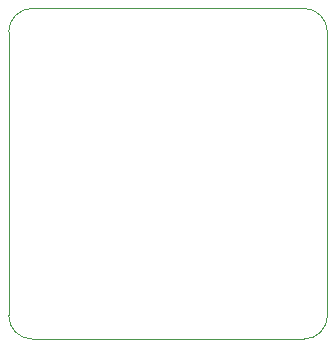
<source format=gm1>
%TF.GenerationSoftware,KiCad,Pcbnew,6.0.4-6f826c9f35~116~ubuntu20.04.1*%
%TF.CreationDate,2022-04-30T09:47:03-06:00*%
%TF.ProjectId,button-holder,62757474-6f6e-42d6-986f-6c6465722e6b,rev?*%
%TF.SameCoordinates,Original*%
%TF.FileFunction,Profile,NP*%
%FSLAX46Y46*%
G04 Gerber Fmt 4.6, Leading zero omitted, Abs format (unit mm)*
G04 Created by KiCad (PCBNEW 6.0.4-6f826c9f35~116~ubuntu20.04.1) date 2022-04-30 09:47:03*
%MOMM*%
%LPD*%
G01*
G04 APERTURE LIST*
%TA.AperFunction,Profile*%
%ADD10C,0.100000*%
%TD*%
G04 APERTURE END LIST*
D10*
X106000000Y-69000000D02*
X83000000Y-69000000D01*
X108000000Y-43000000D02*
G75*
G03*
X106000000Y-41000000I-2000000J0D01*
G01*
X108000000Y-43000000D02*
X108000000Y-67000000D01*
X81000000Y-67000000D02*
X81000000Y-43000000D01*
X81000000Y-67000000D02*
G75*
G03*
X83000000Y-69000000I2000000J0D01*
G01*
X83000000Y-41000000D02*
G75*
G03*
X81000000Y-43000000I0J-2000000D01*
G01*
X106000000Y-69000000D02*
G75*
G03*
X108000000Y-67000000I0J2000000D01*
G01*
X83000000Y-41000000D02*
X106000000Y-41000000D01*
M02*

</source>
